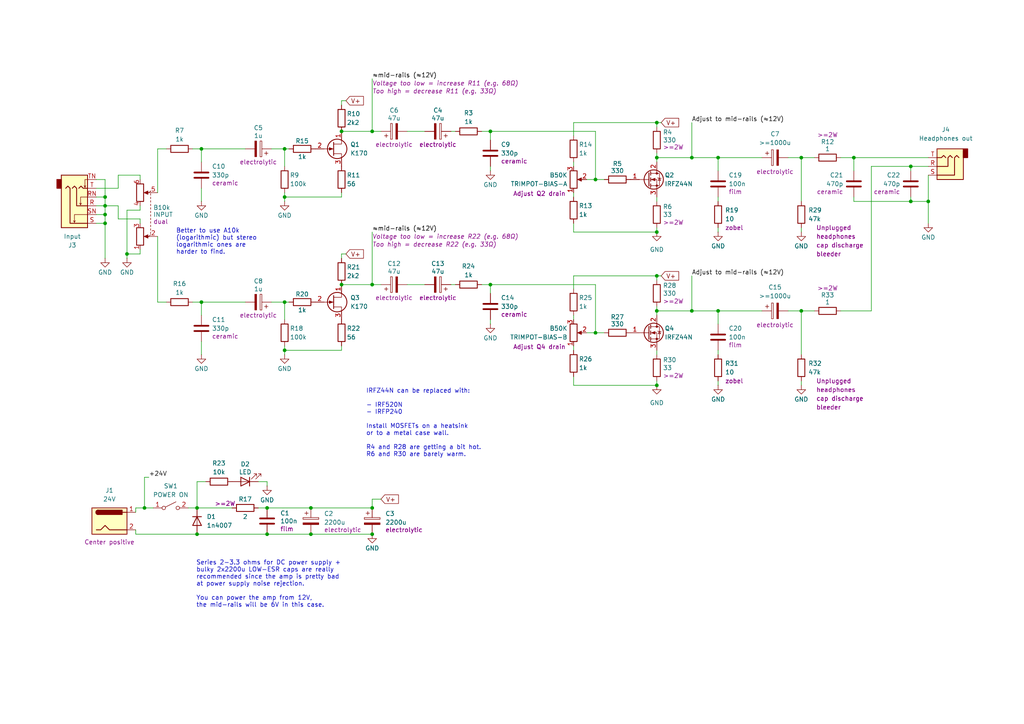
<source format=kicad_sch>
(kicad_sch (version 20250114) (generator "eeschema") (generator_version "9.0")
  (paper "A4")
  (title_block (title "Wenzel’s MOSFET Class-A Headphones Stereo Amp") (date "November 2025") (rev "r1") (comment 1 "The amp has lots of gain and output power (good for high-impedance cans).") (comment 2 "But you might like how it sounds, it’s sounds powerful and “open”, sweet, with big bass.") (comment 3 "Intended for studio play/recording monitoring.") (comment 4 "Relatively simple build, not intended to have HiFi characteristics (damping factor is low)."))
  (lib_symbols
    (symbol "Connector:Jack-DC" (pin_names (offset 1.016))
      (property "Reference" "J" (at 0 5.334 0))
      (property "Value" "Jack-DC" (at 0 -5.08 0))
      (symbol "Jack-DC_0_1"
        (rectangle (start -5.08 3.81) (end 5.08 -3.81) (stroke (width 0.254)) (fill (type background)))
        (polyline (pts (xy -3.81 -2.54) (xy -2.54 -2.54) (xy -1.27 -1.27) (xy 0 -2.54) (xy 2.54 -2.54) (xy 5.08 -2.54)) (stroke (width 0.254)))
        (arc (start -3.302 1.905) (mid -3.9343 2.54) (end -3.302 3.175) (stroke (width 0.254)))
        (arc (start -3.302 1.905) (mid -3.9343 2.54) (end -3.302 3.175) (stroke (width 0.254)) (fill (type outline)))
        (rectangle (start 3.683 3.175) (end -3.302 1.905) (stroke (width 0.254)) (fill (type outline)))
        (polyline (pts (xy 5.08 2.54) (xy 3.81 2.54)) (stroke (width 0.254)))
      )
      (symbol "Jack-DC_1_1"
        (pin passive line (at 7.62 2.54 180) (length 2.54) (name "~") (number "1"))
        (pin passive line (at 7.62 -2.54 180) (length 2.54) (name "~") (number "2"))
      )
    )
    (symbol "Connector_Audio:AudioJack3"
      (property "Reference" "J" (at 0 8.89 0))
      (property "Value" "AudioJack3" (at 0 6.35 0))
      (symbol "AudioJack3_0_1"
        (rectangle (start -5.08 -5.08) (end -6.35 -2.54) (stroke (width 0.254)) (fill (type outline)))
        (polyline (pts (xy -1.905 -2.54) (xy -1.27 -3.175) (xy -0.635 -2.54) (xy -0.635 0) (xy 2.54 0)) (stroke (width 0.254)))
        (polyline (pts (xy 0 -2.54) (xy 0.635 -3.175) (xy 1.27 -2.54) (xy 2.54 -2.54)) (stroke (width 0.254)))
        (rectangle (start 2.54 3.81) (end -5.08 -5.08) (stroke (width 0.254)) (fill (type background)))
        (polyline (pts (xy 2.54 2.54) (xy -2.54 2.54) (xy -2.54 -2.54) (xy -3.175 -3.175) (xy -3.81 -2.54)) (stroke (width 0.254)))
      )
      (symbol "AudioJack3_1_1"
        (pin passive line (at 5.08 2.54 180) (length 2.54) (name "~") (number "S"))
        (pin passive line (at 5.08 0 180) (length 2.54) (name "~") (number "R"))
        (pin passive line (at 5.08 -2.54 180) (length 2.54) (name "~") (number "T"))
      )
    )
    (symbol "Connector_Audio:AudioJack3_Switch"
      (property "Reference" "J" (at 0 11.43 0))
      (property "Value" "AudioJack3_Switch" (at 0 8.89 0))
      (symbol "AudioJack3_Switch_0_1"
        (rectangle (start -5.08 -5.08) (end -6.35 -7.62) (stroke (width 0.254)) (fill (type outline)))
        (polyline (pts (xy -1.905 -5.08) (xy -1.27 -5.715) (xy -0.635 -5.08) (xy -0.635 0) (xy 2.54 0)) (stroke (width 0.254)))
        (polyline (pts (xy -1.27 4.826) (xy -1.016 4.318)))
        (polyline (pts (xy 0 -5.08) (xy 0.635 -5.715) (xy 1.27 -5.08) (xy 2.54 -5.08)) (stroke (width 0.254)))
        (polyline (pts (xy 0.508 -0.254) (xy 0.762 -0.762)))
        (polyline (pts (xy 1.778 -5.334) (xy 2.032 -5.842)))
        (rectangle (start 2.54 6.35) (end -5.08 -8.89) (stroke (width 0.254)) (fill (type background)))
        (polyline (pts (xy 2.54 5.08) (xy -2.54 5.08) (xy -2.54 -5.08) (xy -3.175 -5.715) (xy -3.81 -5.08)) (stroke (width 0.254)))
        (polyline (pts (xy 2.54 2.54) (xy -1.27 2.54) (xy -1.27 4.826) (xy -1.524 4.318)))
        (polyline (pts (xy 2.54 -2.54) (xy 0.508 -2.54) (xy 0.508 -0.254) (xy 0.254 -0.762)))
        (polyline (pts (xy 2.54 -7.62) (xy 1.778 -7.62) (xy 1.778 -5.334) (xy 1.524 -5.842)))
      )
      (symbol "AudioJack3_Switch_1_1"
        (pin passive line (at 5.08 5.08 180) (length 2.54) (name "~") (number "S"))
        (pin passive line (at 5.08 2.54 180) (length 2.54) (name "~") (number "SN"))
        (pin passive line (at 5.08 0 180) (length 2.54) (name "~") (number "R"))
        (pin passive line (at 5.08 -2.54 180) (length 2.54) (name "~") (number "RN"))
        (pin passive line (at 5.08 -5.08 180) (length 2.54) (name "~") (number "T"))
        (pin passive line (at 5.08 -7.62 180) (length 2.54) (name "~") (number "TN"))
      )
    )
    (symbol "Device:C" (pin_numbers (hide yes)) (pin_names (offset 0.254))
      (property "Reference" "C" (at 0.635 2.54 0))
      (property "Value" "C" (at 0.635 -2.54 0))
      (symbol "C_0_1"
        (polyline (pts (xy -2.032 0.762) (xy 2.032 0.762)) (stroke (width 0.508)))
        (polyline (pts (xy -2.032 -0.762) (xy 2.032 -0.762)) (stroke (width 0.508)))
      )
      (symbol "C_1_1"
        (pin passive line (at 0 3.81 270) (length 2.794) (name "~") (number "1"))
        (pin passive line (at 0 -3.81 90) (length 2.794) (name "~") (number "2"))
      )
    )
    (symbol "Device:C_Polarized" (pin_numbers (hide yes)) (pin_names (offset 0.254))
      (property "Reference" "C" (at 0.635 2.54 0))
      (property "Value" "C_Polarized" (at 0.635 -2.54 0))
      (symbol "C_Polarized_0_1"
        (rectangle (start -2.286 0.508) (end 2.286 1.016))
        (polyline (pts (xy -1.778 2.286) (xy -0.762 2.286)))
        (polyline (pts (xy -1.27 2.794) (xy -1.27 1.778)))
        (rectangle (start 2.286 -0.508) (end -2.286 -1.016) (fill (type outline)))
      )
      (symbol "C_Polarized_1_1"
        (pin passive line (at 0 3.81 270) (length 2.794) (name "~") (number "1"))
        (pin passive line (at 0 -3.81 90) (length 2.794) (name "~") (number "2"))
      )
    )
    (symbol "Device:D" (pin_numbers (hide yes)) (pin_names (offset 1.016) (hide yes))
      (property "Reference" "D" (at 0 2.54 0))
      (property "Value" "D" (at 0 -2.54 0))
      (symbol "D_0_1"
        (polyline (pts (xy -1.27 1.27) (xy -1.27 -1.27)) (stroke (width 0.254)))
        (polyline (pts (xy 1.27 1.27) (xy 1.27 -1.27) (xy -1.27 0) (xy 1.27 1.27)) (stroke (width 0.254)))
        (polyline (pts (xy 1.27 0) (xy -1.27 0)))
      )
      (symbol "D_1_1"
        (pin passive line (at -3.81 0 0) (length 2.54) (name "K") (number "1"))
        (pin passive line (at 3.81 0 180) (length 2.54) (name "A") (number "2"))
      )
    )
    (symbol "Device:LED" (pin_numbers (hide yes)) (pin_names (offset 1.016) (hide yes))
      (property "Reference" "D" (at 0 2.54 0))
      (property "Value" "LED" (at 0 -2.54 0))
      (symbol "LED_0_1"
        (polyline (pts (xy -3.048 -0.762) (xy -4.572 -2.286) (xy -3.81 -2.286) (xy -4.572 -2.286) (xy -4.572 -1.524)))
        (polyline (pts (xy -1.778 -0.762) (xy -3.302 -2.286) (xy -2.54 -2.286) (xy -3.302 -2.286) (xy -3.302 -1.524)))
        (polyline (pts (xy -1.27 0) (xy 1.27 0)))
        (polyline (pts (xy -1.27 -1.27) (xy -1.27 1.27)) (stroke (width 0.254)))
        (polyline (pts (xy 1.27 -1.27) (xy 1.27 1.27) (xy -1.27 0) (xy 1.27 -1.27)) (stroke (width 0.254)))
      )
      (symbol "LED_1_1"
        (pin passive line (at -3.81 0 0) (length 2.54) (name "K") (number "1"))
        (pin passive line (at 3.81 0 180) (length 2.54) (name "A") (number "2"))
      )
    )
    (symbol "Device:R" (pin_numbers (hide yes)) (pin_names (offset 0))
      (property "Reference" "R" (at 2.032 0 90))
      (property "Value" "R" (at 0 0 90))
      (symbol "R_0_1"
        (rectangle (start -1.016 -2.54) (end 1.016 2.54) (stroke (width 0.254)))
      )
      (symbol "R_1_1"
        (pin passive line (at 0 3.81 270) (length 1.27) (name "~") (number "1"))
        (pin passive line (at 0 -3.81 90) (length 1.27) (name "~") (number "2"))
      )
    )
    (symbol "Device:R_Potentiometer" (pin_names (offset 1.016) (hide yes))
      (property "Reference" "RV" (at -4.445 0 90))
      (property "Value" "R_Potentiometer" (at -2.54 0 90))
      (symbol "R_Potentiometer_0_1"
        (rectangle (start 1.016 2.54) (end -1.016 -2.54) (stroke (width 0.254)))
        (polyline (pts (xy 1.143 0) (xy 2.286 0.508) (xy 2.286 -0.508) (xy 1.143 0)) (fill (type outline)))
        (polyline (pts (xy 2.54 0) (xy 1.524 0)))
      )
      (symbol "R_Potentiometer_1_1"
        (pin passive line (at 0 3.81 270) (length 1.27) (name "1") (number "1"))
        (pin passive line (at 0 -3.81 90) (length 1.27) (name "3") (number "3"))
        (pin passive line (at 3.81 0 180) (length 1.27) (name "2") (number "2"))
      )
    )
    (symbol "Device:R_Potentiometer_Dual" (pin_names (offset 1.016) (hide yes))
      (property "Reference" "RV" (at 0 3.81 0))
      (property "Value" "R_Potentiometer_Dual" (at 0 1.905 0))
      (symbol "R_Potentiometer_Dual_0_1"
        (rectangle (start -8.89 -1.524) (end -3.81 -3.556) (stroke (width 0.254)))
        (polyline (pts (xy -6.35 0) (xy -6.35 -1.016)))
        (polyline (pts (xy -6.35 0) (xy -6.35 -1.016)))
        (polyline (pts (xy -6.35 0) (xy -5.842 0.508)))
        (polyline (pts (xy -6.35 -1.397) (xy -6.858 -0.254) (xy -5.842 -0.254) (xy -6.35 -1.397)) (fill (type outline)))
        (polyline (pts (xy -5.588 0.508) (xy -5.08 0.508)))
        (polyline (pts (xy -4.572 0.508) (xy -4.064 0.508)))
        (polyline (pts (xy -3.556 0.508) (xy -3.048 0.508)))
        (polyline (pts (xy -2.54 0.508) (xy -2.032 0.508)))
        (polyline (pts (xy -1.524 0.508) (xy -1.016 0.508)))
        (polyline (pts (xy -0.508 0.508) (xy 0 0.508)))
        (polyline (pts (xy 0.508 0.508) (xy 1.016 0.508)))
        (polyline (pts (xy 1.524 0.508) (xy 2.032 0.508)))
        (polyline (pts (xy 2.54 0.508) (xy 3.048 0.508)))
        (polyline (pts (xy 3.556 0.508) (xy 4.064 0.508)))
        (rectangle (start 3.81 -1.524) (end 8.89 -3.556) (stroke (width 0.254)))
        (polyline (pts (xy 4.572 0.508) (xy 5.08 0.508)))
        (polyline (pts (xy 5.588 0.508) (xy 6.096 0.508)))
        (polyline (pts (xy 6.35 0) (xy 6.35 -1.016)))
        (polyline (pts (xy 6.35 0) (xy 6.35 -1.016)))
        (polyline (pts (xy 6.35 -1.397) (xy 5.842 -0.254) (xy 6.858 -0.254) (xy 6.35 -1.397)) (fill (type outline)))
        (polyline (pts (xy 6.604 0.508) (xy 6.858 0.508) (xy 6.35 0)))
      )
      (symbol "R_Potentiometer_Dual_1_1"
        (pin passive line (at -10.16 -2.54 0) (length 1.27) (name "1") (number "1"))
        (pin passive line (at -6.35 2.54 270) (length 2.54) (name "2") (number "2"))
        (pin passive line (at -2.54 -2.54 180) (length 1.27) (name "3") (number "3"))
        (pin passive line (at 2.54 -2.54 0) (length 1.27) (name "4") (number "4"))
        (pin passive line (at 6.35 2.54 270) (length 2.54) (name "5") (number "5"))
        (pin passive line (at 10.16 -2.54 180) (length 1.27) (name "6") (number "6"))
      )
    )
    (symbol "Switch:SW_SPST" (pin_names (offset 0) (hide yes))
      (property "Reference" "SW" (at 0 3.175 0))
      (property "Value" "SW_SPST" (at 0 -2.54 0))
      (symbol "SW_SPST_0_0"
        (circle (center -2.032 0) (radius 0.508))
        (polyline (pts (xy -1.524 0.254) (xy 1.524 1.778)))
        (circle (center 2.032 0) (radius 0.508))
      )
      (symbol "SW_SPST_1_1"
        (pin passive line (at -5.08 0 0) (length 2.54) (name "A") (number "1"))
        (pin passive line (at 5.08 0 180) (length 2.54) (name "B") (number "2"))
      )
    )
    (symbol "Transistor_FET:2N3819" (pin_names (hide yes))
      (property "Reference" "Q" (at 5.08 1.905 0))
      (property "Value" "2N3819" (at 5.08 0 0))
      (symbol "2N3819_0_1"
        (polyline (pts (xy 0 0) (xy -1.016 0.381) (xy -1.016 -0.381) (xy 0 0)) (fill (type outline)))
        (polyline (pts (xy 0.254 1.905) (xy 0.254 -1.905)) (stroke (width 0.254)))
        (polyline (pts (xy 0.254 0) (xy -2.54 0)))
        (circle (center 1.27 0) (radius 2.8194) (stroke (width 0.254)))
        (polyline (pts (xy 2.54 2.54) (xy 2.54 1.397) (xy 0.254 1.397)))
        (polyline (pts (xy 2.54 -2.54) (xy 2.54 -1.397) (xy 0.254 -1.397)))
      )
      (symbol "2N3819_1_1"
        (pin input line (at -5.08 0 0) (length 2.54) (name "G") (number "2"))
        (pin passive line (at 2.54 5.08 270) (length 2.54) (name "D") (number "1"))
        (pin passive line (at 2.54 -5.08 90) (length 2.54) (name "S") (number "3"))
      )
    )
    (symbol "Transistor_FET:IRLZ44N" (pin_names (hide yes))
      (property "Reference" "Q" (at 5.08 1.905 0))
      (property "Value" "IRLZ44N" (at 5.08 0 0))
      (symbol "IRLZ44N_0_1"
        (polyline (pts (xy 0.254 1.905) (xy 0.254 -1.905)) (stroke (width 0.254)))
        (polyline (pts (xy 0.254 0) (xy -2.54 0)))
        (polyline (pts (xy 0.762 2.286) (xy 0.762 1.27)) (stroke (width 0.254)))
        (polyline (pts (xy 0.762 0.508) (xy 0.762 -0.508)) (stroke (width 0.254)))
        (polyline (pts (xy 0.762 -1.27) (xy 0.762 -2.286)) (stroke (width 0.254)))
        (polyline (pts (xy 0.762 -1.778) (xy 3.302 -1.778) (xy 3.302 1.778) (xy 0.762 1.778)))
        (polyline (pts (xy 1.016 0) (xy 2.032 0.381) (xy 2.032 -0.381) (xy 1.016 0)) (fill (type outline)))
        (circle (center 1.651 0) (radius 2.794) (stroke (width 0.254)))
        (polyline (pts (xy 2.54 2.54) (xy 2.54 1.778)))
        (circle (center 2.54 1.778) (radius 0.254) (fill (type outline)))
        (circle (center 2.54 -1.778) (radius 0.254) (fill (type outline)))
        (polyline (pts (xy 2.54 -2.54) (xy 2.54 0) (xy 0.762 0)))
        (polyline (pts (xy 2.794 0.508) (xy 2.921 0.381) (xy 3.683 0.381) (xy 3.81 0.254)))
        (polyline (pts (xy 3.302 0.381) (xy 2.921 -0.254) (xy 3.683 -0.254) (xy 3.302 0.381)))
      )
      (symbol "IRLZ44N_1_1"
        (pin input line (at -5.08 0 0) (length 2.54) (name "G") (number "1"))
        (pin passive line (at 2.54 5.08 270) (length 2.54) (name "D") (number "2"))
        (pin passive line (at 2.54 -5.08 90) (length 2.54) (name "S") (number "3"))
      )
    )
    (symbol "power:GND" (power) (pin_numbers (hide yes)) (pin_names (offset 0) (hide yes))
      (property "Value" "GND" (at 0 -3.81 0))
      (symbol "GND_0_1"
        (polyline (pts (xy 0 0) (xy 0 -1.27) (xy 1.27 -1.27) (xy 0 -2.54) (xy -1.27 -1.27) (xy 0 -1.27)))
      )
      (symbol "GND_1_1"
        (pin power_in line (at 0 0 270) (length 0) (name "~") (number "1"))
      )
    )
  )
  (text "Better to use A10k\n(logarithmic) but stereo\nlogarithmic ones are\nharder to find." (at 51.054 70.104 0) (effects (font (size 1.27 1.27)) (justify left)))
  (text "IRFZ44N can be replaced with:\n\n- IRF520N\n- IRFP240\n\nInstall MOSFETs on a heatsink\nor to a metal case wall.\n\nR4 and R28 are getting a bit hot.\nR6 and R30 are barely warm." (at 106.172 122.682 0) (effects (font (size 1.27 1.27)) (justify left)))
  (text "Series 2-3.3 ohms for DC power supply +\nbulky 2x2200u LOW-ESR caps are really\nrecommended since the amp is pretty bad\nat power supply noise rejection.\n\nYou can power the amp from 12V,\nthe mid-rails will be 6V in this case." (at 56.896 162.56 0) (effects (font (size 1.27 1.27)) (justify left top)))
  (junction (at 30.48 62.23))
  (junction (at 190.5 80.01))
  (junction (at 232.41 45.72))
  (junction (at 232.41 90.17))
  (junction (at 200.66 45.72))
  (junction (at 190.5 111.76))
  (junction (at 247.65 45.72))
  (junction (at 107.95 147.32))
  (junction (at 107.95 38.1))
  (junction (at 200.66 90.17))
  (junction (at 77.47 147.32))
  (junction (at 30.48 59.69))
  (junction (at 208.28 90.17))
  (junction (at 99.06 82.55))
  (junction (at 190.5 45.72))
  (junction (at 190.5 67.31))
  (junction (at 57.15 154.94))
  (junction (at 90.17 147.32))
  (junction (at 58.42 87.63))
  (junction (at 99.06 38.1))
  (junction (at 30.48 57.15))
  (junction (at 57.15 147.32))
  (junction (at 30.48 64.77))
  (junction (at 82.55 101.6))
  (junction (at 142.24 82.55))
  (junction (at 107.95 154.94))
  (junction (at 41.91 147.32))
  (junction (at 190.5 35.56))
  (junction (at 142.24 38.1))
  (junction (at 90.17 154.94))
  (junction (at 264.16 48.26))
  (junction (at 77.47 154.94))
  (junction (at 107.95 82.55))
  (junction (at 82.55 43.18))
  (junction (at 58.42 43.18))
  (junction (at 190.5 90.17))
  (junction (at 36.83 73.66))
  (junction (at 82.55 57.15))
  (junction (at 269.24 58.42))
  (junction (at 264.16 58.42))
  (junction (at 172.72 96.52))
  (junction (at 172.72 52.07))
  (junction (at 82.55 87.63))
  (junction (at 208.28 45.72))
  (wire (pts (xy 166.37 35.56) (xy 166.37 39.37)))
  (wire (pts (xy 27.94 64.77) (xy 30.48 64.77)))
  (wire (pts (xy 77.47 147.32) (xy 90.17 147.32)))
  (wire (pts (xy 57.15 147.32) (xy 67.31 147.32)))
  (wire (pts (xy 58.42 99.06) (xy 58.42 102.87)))
  (wire (pts (xy 39.37 147.32) (xy 41.91 147.32)))
  (wire (pts (xy 30.48 52.07) (xy 30.48 57.15)))
  (wire (pts (xy 243.84 45.72) (xy 247.65 45.72)))
  (wire (pts (xy 166.37 100.33) (xy 166.37 101.6)))
  (wire (pts (xy 82.55 43.18) (xy 83.82 43.18)))
  (wire (pts (xy 82.55 102.87) (xy 82.55 101.6)))
  (wire (pts (xy 45.72 87.63) (xy 48.26 87.63)))
  (wire (pts (xy 57.15 139.7) (xy 57.15 147.32)))
  (wire (pts (xy 58.42 43.18) (xy 58.42 46.99)))
  (wire (pts (xy 30.48 62.23) (xy 30.48 64.77)))
  (wire (pts (xy 190.5 35.56) (xy 190.5 36.83)))
  (wire (pts (xy 30.48 57.15) (xy 30.48 59.69)))
  (wire (pts (xy 36.83 73.66) (xy 36.83 74.93)))
  (wire (pts (xy 190.5 57.15) (xy 190.5 58.42)))
  (wire (pts (xy 190.5 44.45) (xy 190.5 45.72)))
  (wire (pts (xy 78.74 43.18) (xy 82.55 43.18)))
  (wire (pts (xy 190.5 45.72) (xy 190.5 46.99)))
  (wire (pts (xy 166.37 64.77) (xy 166.37 67.31)))
  (wire (pts (xy 190.5 35.56) (xy 191.77 35.56)))
  (wire (pts (xy 34.29 54.61) (xy 27.94 54.61)))
  (wire (pts (xy 190.5 80.01) (xy 190.5 81.28)))
  (wire (pts (xy 142.24 82.55) (xy 142.24 85.09)))
  (wire (pts (xy 99.06 101.6) (xy 82.55 101.6)))
  (wire (pts (xy 36.83 60.96) (xy 36.83 73.66)))
  (wire (pts (xy 200.66 45.72) (xy 208.28 45.72)))
  (wire (pts (xy 200.66 80.01) (xy 200.66 90.17)))
  (wire (pts (xy 190.5 90.17) (xy 190.5 91.44)))
  (wire (pts (xy 190.5 110.49) (xy 190.5 111.76)))
  (wire (pts (xy 82.55 57.15) (xy 82.55 55.88)))
  (wire (pts (xy 30.48 59.69) (xy 34.29 59.69)))
  (wire (pts (xy 43.18 138.43) (xy 41.91 138.43)))
  (wire (pts (xy 139.7 38.1) (xy 142.24 38.1)))
  (wire (pts (xy 247.65 49.53) (xy 247.65 45.72)))
  (wire (pts (xy 190.5 88.9) (xy 190.5 90.17)))
  (wire (pts (xy 99.06 82.55) (xy 107.95 82.55)))
  (wire (pts (xy 252.73 90.17) (xy 252.73 48.26)))
  (wire (pts (xy 77.47 154.94) (xy 90.17 154.94)))
  (wire (pts (xy 27.94 62.23) (xy 30.48 62.23)))
  (wire (pts (xy 166.37 67.31) (xy 190.5 67.31)))
  (wire (pts (xy 99.06 73.66) (xy 100.33 73.66)))
  (wire (pts (xy 142.24 48.26) (xy 142.24 49.53)))
  (wire (pts (xy 45.72 43.18) (xy 45.72 55.88)))
  (wire (pts (xy 30.48 64.77) (xy 30.48 74.93)))
  (wire (pts (xy 166.37 35.56) (xy 190.5 35.56)))
  (wire (pts (xy 200.66 90.17) (xy 208.28 90.17)))
  (wire (pts (xy 166.37 111.76) (xy 190.5 111.76)))
  (wire (pts (xy 208.28 67.31) (xy 208.28 66.04)))
  (wire (pts (xy 77.47 139.7) (xy 77.47 140.97)))
  (wire (pts (xy 34.29 63.5) (xy 40.64 63.5)))
  (wire (pts (xy 166.37 46.99) (xy 166.37 48.26)))
  (wire (pts (xy 247.65 45.72) (xy 269.24 45.72)))
  (wire (pts (xy 172.72 82.55) (xy 172.72 96.52)))
  (wire (pts (xy 118.11 82.55) (xy 123.19 82.55)))
  (wire (pts (xy 166.37 109.22) (xy 166.37 111.76)))
  (wire (pts (xy 40.64 64.77) (xy 40.64 63.5)))
  (wire (pts (xy 247.65 58.42) (xy 264.16 58.42)))
  (wire (pts (xy 208.28 101.6) (xy 208.28 102.87)))
  (wire (pts (xy 107.95 67.31) (xy 107.95 82.55)))
  (wire (pts (xy 118.11 38.1) (xy 123.19 38.1)))
  (wire (pts (xy 34.29 59.69) (xy 34.29 63.5)))
  (wire (pts (xy 27.94 59.69) (xy 30.48 59.69)))
  (wire (pts (xy 90.17 154.94) (xy 107.95 154.94)))
  (wire (pts (xy 264.16 49.53) (xy 264.16 48.26)))
  (wire (pts (xy 40.64 60.96) (xy 36.83 60.96)))
  (wire (pts (xy 82.55 58.42) (xy 82.55 57.15)))
  (wire (pts (xy 172.72 82.55) (xy 142.24 82.55)))
  (wire (pts (xy 264.16 48.26) (xy 269.24 48.26)))
  (wire (pts (xy 40.64 50.8) (xy 40.64 52.07)))
  (wire (pts (xy 107.95 144.78) (xy 107.95 147.32)))
  (wire (pts (xy 139.7 82.55) (xy 142.24 82.55)))
  (wire (pts (xy 264.16 58.42) (xy 269.24 58.42)))
  (wire (pts (xy 99.06 29.21) (xy 100.33 29.21)))
  (wire (pts (xy 59.69 139.7) (xy 57.15 139.7)))
  (wire (pts (xy 82.55 87.63) (xy 83.82 87.63)))
  (wire (pts (xy 208.28 93.98) (xy 208.28 90.17)))
  (wire (pts (xy 190.5 101.6) (xy 190.5 102.87)))
  (wire (pts (xy 232.41 58.42) (xy 232.41 45.72)))
  (wire (pts (xy 99.06 55.88) (xy 99.06 57.15)))
  (wire (pts (xy 269.24 58.42) (xy 269.24 64.77)))
  (wire (pts (xy 45.72 43.18) (xy 48.26 43.18)))
  (wire (pts (xy 45.72 68.58) (xy 45.72 87.63)))
  (wire (pts (xy 166.37 80.01) (xy 190.5 80.01)))
  (wire (pts (xy 99.06 57.15) (xy 82.55 57.15)))
  (wire (pts (xy 57.15 154.94) (xy 77.47 154.94)))
  (wire (pts (xy 170.18 52.07) (xy 172.72 52.07)))
  (wire (pts (xy 34.29 54.61) (xy 34.29 50.8)))
  (wire (pts (xy 190.5 45.72) (xy 200.66 45.72)))
  (wire (pts (xy 99.06 100.33) (xy 99.06 101.6)))
  (wire (pts (xy 39.37 147.32) (xy 39.37 148.59)))
  (wire (pts (xy 58.42 54.61) (xy 58.42 58.42)))
  (wire (pts (xy 41.91 147.32) (xy 44.45 147.32)))
  (wire (pts (xy 54.61 147.32) (xy 57.15 147.32)))
  (wire (pts (xy 208.28 111.76) (xy 208.28 110.49)))
  (wire (pts (xy 166.37 91.44) (xy 166.37 92.71)))
  (wire (pts (xy 228.6 90.17) (xy 232.41 90.17)))
  (wire (pts (xy 58.42 43.18) (xy 71.12 43.18)))
  (wire (pts (xy 252.73 48.26) (xy 264.16 48.26)))
  (wire (pts (xy 39.37 154.94) (xy 57.15 154.94)))
  (wire (pts (xy 30.48 59.69) (xy 30.48 62.23)))
  (wire (pts (xy 99.06 29.21) (xy 99.06 30.48)))
  (wire (pts (xy 166.37 80.01) (xy 166.37 83.82)))
  (wire (pts (xy 58.42 87.63) (xy 71.12 87.63)))
  (wire (pts (xy 90.17 147.32) (xy 107.95 147.32)))
  (wire (pts (xy 107.95 38.1) (xy 110.49 38.1)))
  (wire (pts (xy 99.06 38.1) (xy 107.95 38.1)))
  (wire (pts (xy 40.64 73.66) (xy 40.64 72.39)))
  (wire (pts (xy 190.5 90.17) (xy 200.66 90.17)))
  (wire (pts (xy 228.6 45.72) (xy 232.41 45.72)))
  (wire (pts (xy 130.81 82.55) (xy 132.08 82.55)))
  (wire (pts (xy 27.94 52.07) (xy 30.48 52.07)))
  (wire (pts (xy 82.55 43.18) (xy 82.55 48.26)))
  (wire (pts (xy 243.84 90.17) (xy 252.73 90.17)))
  (wire (pts (xy 27.94 57.15) (xy 30.48 57.15)))
  (wire (pts (xy 247.65 58.42) (xy 247.65 57.15)))
  (wire (pts (xy 232.41 90.17) (xy 236.22 90.17)))
  (wire (pts (xy 172.72 38.1) (xy 142.24 38.1)))
  (wire (pts (xy 208.28 57.15) (xy 208.28 58.42)))
  (wire (pts (xy 82.55 101.6) (xy 82.55 100.33)))
  (wire (pts (xy 107.95 82.55) (xy 110.49 82.55)))
  (wire (pts (xy 208.28 49.53) (xy 208.28 45.72)))
  (wire (pts (xy 74.93 139.7) (xy 77.47 139.7)))
  (wire (pts (xy 172.72 52.07) (xy 175.26 52.07)))
  (wire (pts (xy 41.91 138.43) (xy 41.91 147.32)))
  (wire (pts (xy 172.72 38.1) (xy 172.72 52.07)))
  (wire (pts (xy 232.41 110.49) (xy 232.41 111.76)))
  (wire (pts (xy 107.95 22.86) (xy 107.95 38.1)))
  (wire (pts (xy 232.41 45.72) (xy 236.22 45.72)))
  (wire (pts (xy 208.28 90.17) (xy 220.98 90.17)))
  (wire (pts (xy 142.24 38.1) (xy 142.24 40.64)))
  (wire (pts (xy 200.66 35.56) (xy 200.66 45.72)))
  (wire (pts (xy 190.5 80.01) (xy 191.77 80.01)))
  (wire (pts (xy 172.72 96.52) (xy 175.26 96.52)))
  (wire (pts (xy 55.88 87.63) (xy 58.42 87.63)))
  (wire (pts (xy 208.28 45.72) (xy 220.98 45.72)))
  (wire (pts (xy 58.42 87.63) (xy 58.42 91.44)))
  (wire (pts (xy 34.29 50.8) (xy 40.64 50.8)))
  (wire (pts (xy 264.16 58.42) (xy 264.16 57.15)))
  (wire (pts (xy 82.55 87.63) (xy 82.55 92.71)))
  (wire (pts (xy 166.37 55.88) (xy 166.37 57.15)))
  (wire (pts (xy 142.24 92.71) (xy 142.24 93.98)))
  (wire (pts (xy 40.64 60.96) (xy 40.64 59.69)))
  (wire (pts (xy 55.88 43.18) (xy 58.42 43.18)))
  (wire (pts (xy 269.24 50.8) (xy 269.24 58.42)))
  (wire (pts (xy 110.49 144.78) (xy 107.95 144.78)))
  (wire (pts (xy 74.93 147.32) (xy 77.47 147.32)))
  (wire (pts (xy 190.5 66.04) (xy 190.5 67.31)))
  (wire (pts (xy 232.41 66.04) (xy 232.41 67.31)))
  (wire (pts (xy 232.41 102.87) (xy 232.41 90.17)))
  (wire (pts (xy 99.06 73.66) (xy 99.06 74.93)))
  (wire (pts (xy 36.83 73.66) (xy 40.64 73.66)))
  (wire (pts (xy 39.37 153.67) (xy 39.37 154.94)))
  (wire (pts (xy 78.74 87.63) (xy 82.55 87.63)))
  (wire (pts (xy 130.81 38.1) (xy 132.08 38.1)))
  (wire (pts (xy 170.18 96.52) (xy 172.72 96.52)))
  (label "+24V" (at 43.18 138.43 0))
  (label "Adjust to mid-rails (≈12V)" (at 200.66 80.01 0))
  (label "≈mid-rails (≈12V)" (at 107.95 22.86 0) (property "Netclass" "Voltage too low = increase R11 (e.g. 68Ω)" (at 107.95 24.13 0) (effects (font (italic yes)) (justify left))) (property "Netclass" "Too high = decrease R11 (e.g. 33Ω)" (at 107.95 26.416 0) (effects (font (italic yes)) (justify left))))
  (label "≈mid-rails (≈12V)" (at 107.95 67.31 0) (property "Netclass" "Voltage too low = increase R22 (e.g. 68Ω)" (at 107.95 68.58 0) (effects (font (italic yes)) (justify left))) (property "Netclass" "Too high = decrease R22 (e.g. 33Ω)" (at 107.95 70.866 0) (effects (font (italic yes)) (justify left))))
  (label "Adjust to mid-rails (≈12V)" (at 200.66 35.56 0))
  (global_label "V+" (shape input) (at 110.49 144.78 0) (property "Intersheetrefs" "${INTERSHEET_REFS}" (effects (hide yes))))
  (global_label "V+" (shape input) (at 100.33 29.21 0) (property "Intersheetrefs" "${INTERSHEET_REFS}" (effects (hide yes))))
  (global_label "V+" (shape input) (at 100.33 73.66 0) (property "Intersheetrefs" "${INTERSHEET_REFS}" (effects (hide yes))))
  (global_label "V+" (shape input) (at 191.77 80.01 0) (property "Intersheetrefs" "${INTERSHEET_REFS}" (effects (hide yes))))
  (global_label "V+" (shape input) (at 191.77 35.56 0) (property "Intersheetrefs" "${INTERSHEET_REFS}" (effects (hide yes))))
  (symbol (lib_id "Device:C") (at 142.24 44.45 0) (unit 1)
    (property "Reference" "C9" (at 145.288 41.91 0) (effects (justify left)))
    (property "Value" "330p" (at 145.288 44.45 0) (effects (justify left)))
    (property "Description" "Unpolarized capacitor" (effects (hide yes)))
    (property "Field5" "ceramic" (at 145.288 46.736 0) (effects (justify left)))
  )
  (symbol (lib_id "Device:R") (at 179.07 96.52 90) (unit 1)
    (property "Reference" "R27" (at 179.07 91.948 90))
    (property "Value" "330" (at 179.07 93.98 90))
    (property "Description" "Resistor" (effects (hide yes)))
  )
  (symbol (lib_id "Device:R") (at 52.07 43.18 90) (unit 1)
    (property "Reference" "R7" (at 52.07 37.846 90))
    (property "Value" "1k" (at 52.07 40.386 90))
    (property "Description" "Resistor" (effects (hide yes)))
  )
  (symbol (lib_id "Device:R_Potentiometer") (at 166.37 96.52 0) (mirror x) (unit 1)
    (property "Reference" "TRIMPOT-BIAS-B" (at 164.592 97.79 0) (effects (justify right)))
    (property "Value" "B50K" (at 164.592 95.25 0) (effects (justify right)))
    (property "Description" "Potentiometer" (effects (hide yes)))
    (property "Field5" "Adjust Q4 drain" (at 164.084 100.584 0) (effects (justify right)))
    (property "Field6" "mid-rails (V+ ÷ 2)" (effects (hide yes)))
  )
  (symbol (lib_id "Device:C_Polarized") (at 74.93 87.63 270) (mirror x) (unit 1)
    (property "Reference" "C8" (at 74.93 81.534 90))
    (property "Value" "1u" (at 74.93 83.82 90))
    (property "Description" "Polarized capacitor" (effects (hide yes)))
    (property "Field5" "electrolytic" (at 74.93 91.44 90))
  )
  (symbol (lib_id "power:GND") (at 77.47 140.97 0) (unit 1)
    (property "Reference" "#PWR022" (effects (hide yes)))
    (property "Value" "GND" (at 77.47 145.034 0))
    (property "Description" "Power symbol creates a global label with name \"GND\" , ground" (effects (hide yes)))
  )
  (symbol (lib_id "power:GND") (at 58.42 58.42 0) (unit 1)
    (property "Reference" "#PWR07" (effects (hide yes)))
    (property "Value" "GND" (at 58.42 62.484 0))
    (property "Description" "Power symbol creates a global label with name \"GND\" , ground" (effects (hide yes)))
  )
  (symbol (lib_id "Transistor_FET:IRLZ44N") (at 187.96 96.52 0) (unit 1)
    (property "Reference" "Q4" (at 192.786 95.25 0) (effects (justify left)))
    (property "Value" "IRFZ44N" (at 192.786 97.79 0) (effects (justify left)))
    (property "Footprint" "Package_TO_SOT_THT:TO-220-3_Vertical" (effects (hide yes)))
    (property "Datasheet" "http://www.irf.com/product-info/datasheets/data/irlz44n.pdf" (effects (hide yes)))
    (property "Description" "47A Id, 55V Vds, 22mOhm Rds Single N-Channel HEXFET Power MOSFET, TO-220AB" (effects (hide yes)))
  )
  (symbol (lib_id "Device:C") (at 208.28 97.79 0) (unit 1)
    (property "Reference" "C20" (at 211.328 95.25 0) (effects (justify left)))
    (property "Value" "100n" (at 211.328 97.79 0) (effects (justify left)))
    (property "Description" "Unpolarized capacitor" (effects (hide yes)))
    (property "Field5" "film" (at 211.328 100.076 0) (effects (justify left)))
  )
  (symbol (lib_id "power:GND") (at 58.42 102.87 0) (unit 1)
    (property "Reference" "#PWR09" (effects (hide yes)))
    (property "Value" "GND" (at 58.42 106.934 0))
    (property "Description" "Power symbol creates a global label with name \"GND\" , ground" (effects (hide yes)))
  )
  (symbol (lib_id "Device:R") (at 232.41 106.68 0) (unit 1)
    (property "Reference" "R32" (at 234.442 105.41 0) (effects (justify left)))
    (property "Value" "47k" (at 234.442 107.95 0) (effects (justify left)))
    (property "Description" "Resistor" (effects (hide yes)))
    (property "Field5" "Unplugged" (at 236.728 110.49 0) (effects (justify left)))
    (property "Field6" "headphones" (at 236.728 113.03 0) (effects (justify left)))
    (property "Field7" "cap discharge" (at 236.728 115.57 0) (effects (justify left)))
    (property "Field8" "bleeder" (at 236.728 118.11 0) (effects (justify left)))
  )
  (symbol (lib_id "Device:R") (at 99.06 78.74 0) (unit 1)
    (property "Reference" "R21" (at 100.584 77.47 0) (effects (justify left)))
    (property "Value" "2k2" (at 100.584 80.01 0) (effects (justify left)))
    (property "Description" "Resistor" (effects (hide yes)))
  )
  (symbol (lib_id "power:GND") (at 142.24 49.53 0) (unit 1)
    (property "Reference" "#PWR03" (effects (hide yes)))
    (property "Value" "GND" (at 142.24 53.594 0))
    (property "Description" "Power symbol creates a global label with name \"GND\" , ground" (effects (hide yes)))
  )
  (symbol (lib_id "power:GND") (at 232.41 67.31 0) (unit 1)
    (property "Reference" "#PWR017" (effects (hide yes)))
    (property "Value" "GND" (at 232.41 71.374 0))
    (property "Description" "Power symbol creates a global label with name \"GND\" , ground" (effects (hide yes)))
  )
  (symbol (lib_id "Device:R") (at 71.12 147.32 90) (unit 1)
    (property "Reference" "R17" (at 71.12 144.78 90))
    (property "Value" "2" (at 71.12 149.86 90))
    (property "Description" "Resistor" (effects (hide yes)))
    (property "Field5" ">=2W" (at 65.278 146.05 90))
  )
  (symbol (lib_id "Device:R") (at 208.28 106.68 0) (unit 1)
    (property "Reference" "R31" (at 210.312 105.41 0) (effects (justify left)))
    (property "Value" "10" (at 210.312 107.95 0) (effects (justify left)))
    (property "Description" "Resistor" (effects (hide yes)))
    (property "Field5" "zobel" (at 210.312 110.49 0) (effects (justify left)))
  )
  (symbol (lib_id "Device:R") (at 82.55 96.52 0) (unit 1)
    (property "Reference" "R18" (at 84.074 95.25 0) (effects (justify left)))
    (property "Value" "100k" (at 84.074 97.79 0) (effects (justify left)))
    (property "Description" "Resistor" (effects (hide yes)))
  )
  (symbol (lib_id "Device:C_Polarized") (at 127 82.55 270) (mirror x) (unit 1)
    (property "Reference" "C13" (at 127 76.454 90))
    (property "Value" "47u" (at 127 78.74 90))
    (property "Description" "Polarized capacitor" (effects (hide yes)))
    (property "Field5" "electrolytic" (at 127 86.36 90))
  )
  (symbol (lib_id "Device:R") (at 208.28 62.23 0) (unit 1)
    (property "Reference" "R19" (at 210.312 60.96 0) (effects (justify left)))
    (property "Value" "10" (at 210.312 63.5 0) (effects (justify left)))
    (property "Description" "Resistor" (effects (hide yes)))
    (property "Field5" "zobel" (at 210.312 66.04 0) (effects (justify left)))
  )
  (symbol (lib_id "Device:R") (at 166.37 43.18 0) (unit 1)
    (property "Reference" "R14" (at 167.894 41.91 0) (effects (justify left)))
    (property "Value" "1k" (at 167.894 44.45 0) (effects (justify left)))
    (property "Description" "Resistor" (effects (hide yes)))
  )
  (symbol (lib_id "Device:C") (at 58.42 95.25 0) (unit 1)
    (property "Reference" "C11" (at 61.468 92.71 0) (effects (justify left)))
    (property "Value" "330p" (at 61.468 95.25 0) (effects (justify left)))
    (property "Description" "Unpolarized capacitor" (effects (hide yes)))
    (property "Field5" "ceramic" (at 61.468 97.536 0) (effects (justify left)))
  )
  (symbol (lib_id "Device:R") (at 190.5 106.68 0) (unit 1)
    (property "Reference" "R30" (at 192.278 104.394 0) (effects (justify left)))
    (property "Value" "33" (at 192.278 106.68 0) (effects (justify left)))
    (property "Description" "Resistor" (effects (hide yes)))
    (property "Field5" ">=2W" (at 192.278 108.966 0) (effects (justify left)))
  )
  (symbol (lib_id "Device:C") (at 77.47 151.13 0) (unit 1)
    (property "Reference" "C1" (at 81.28 148.844 0) (effects (justify left)))
    (property "Value" "100n" (at 81.28 151.13 0) (effects (justify left)))
    (property "Footprint" "film" (at 81.28 153.416 0) (effects (justify left)))
    (property "Description" "Unpolarized capacitor" (effects (hide yes)))
  )
  (symbol (lib_id "Transistor_FET:2N3819") (at 96.52 43.18 0) (unit 1)
    (property "Reference" "Q1" (at 101.6 41.9099 0) (effects (justify left)))
    (property "Value" "K170" (at 101.6 44.4499 0) (effects (justify left)))
    (property "Footprint" "Package_TO_SOT_THT:TO-92" (effects (hide yes)))
    (property "Datasheet" "https://my.centralsemi.com/datasheets/2N3819.PDF" (effects (hide yes)))
    (property "Description" "20mA Id, 25V Vgs, N-Channel JFET Transistor, TO-92" (effects (hide yes)))
  )
  (symbol (lib_id "Device:R") (at 179.07 52.07 90) (unit 1)
    (property "Reference" "R5" (at 179.07 47.498 90))
    (property "Value" "330" (at 179.07 49.53 90))
    (property "Description" "Resistor" (effects (hide yes)))
  )
  (symbol (lib_id "Transistor_FET:2N3819") (at 96.52 87.63 0) (unit 1)
    (property "Reference" "Q3" (at 101.6 86.3599 0) (effects (justify left)))
    (property "Value" "K170" (at 101.6 88.8999 0) (effects (justify left)))
    (property "Footprint" "Package_TO_SOT_THT:TO-92" (effects (hide yes)))
    (property "Datasheet" "https://my.centralsemi.com/datasheets/2N3819.PDF" (effects (hide yes)))
    (property "Description" "20mA Id, 25V Vgs, N-Channel JFET Transistor, TO-92" (effects (hide yes)))
  )
  (symbol (lib_id "power:GND") (at 208.28 111.76 0) (unit 1)
    (property "Reference" "#PWR015" (effects (hide yes)))
    (property "Value" "GND" (at 208.28 115.824 0))
    (property "Description" "Power symbol creates a global label with name \"GND\" , ground" (effects (hide yes)))
  )
  (symbol (lib_id "Device:R") (at 190.5 40.64 0) (unit 1)
    (property "Reference" "R4" (at 192.278 38.354 0) (effects (justify left)))
    (property "Value" "330" (at 192.278 40.64 0) (effects (justify left)))
    (property "Description" "Resistor" (effects (hide yes)))
    (property "Field5" ">=2W" (at 192.278 42.672 0) (effects (justify left)))
  )
  (symbol (lib_id "Device:R") (at 190.5 85.09 0) (unit 1)
    (property "Reference" "R28" (at 192.278 82.804 0) (effects (justify left)))
    (property "Value" "330" (at 192.278 85.09 0) (effects (justify left)))
    (property "Description" "Resistor" (effects (hide yes)))
    (property "Field5" ">=2W" (at 192.278 87.376 0) (effects (justify left)))
  )
  (symbol (lib_id "power:GND") (at 82.55 102.87 0) (unit 1)
    (property "Reference" "#PWR011" (effects (hide yes)))
    (property "Value" "GND" (at 82.55 106.934 0))
    (property "Description" "Power symbol creates a global label with name \"GND\" , ground" (effects (hide yes)))
  )
  (symbol (lib_id "Device:C") (at 142.24 88.9 0) (unit 1)
    (property "Reference" "C14" (at 145.288 86.36 0) (effects (justify left)))
    (property "Value" "330p" (at 145.288 88.9 0) (effects (justify left)))
    (property "Description" "Unpolarized capacitor" (effects (hide yes)))
    (property "Field5" "ceramic" (at 145.288 91.186 0) (effects (justify left)))
  )
  (symbol (lib_id "power:GND") (at 232.41 111.76 0) (unit 1)
    (property "Reference" "#PWR018" (effects (hide yes)))
    (property "Value" "GND" (at 232.41 115.824 0))
    (property "Description" "Power symbol creates a global label with name \"GND\" , ground" (effects (hide yes)))
  )
  (symbol (lib_id "Device:C_Polarized") (at 114.3 82.55 90) (unit 1)
    (property "Reference" "C12" (at 114.3 76.454 90))
    (property "Value" "47u" (at 114.3 78.74 90))
    (property "Description" "Polarized capacitor" (effects (hide yes)))
    (property "Field5" "electrolytic" (at 114.3 86.36 90))
  )
  (symbol (lib_id "Device:R") (at 135.89 38.1 90) (unit 1)
    (property "Reference" "R3" (at 135.89 32.766 90))
    (property "Value" "1k" (at 135.89 35.306 90))
    (property "Description" "Resistor" (effects (hide yes)))
  )
  (symbol (lib_id "Connector_Audio:AudioJack3_Switch") (at 22.86 59.69 0) (mirror x) (unit 1)
    (property "Reference" "J3" (at 20.955 71.12 0))
    (property "Value" "Input" (at 20.955 68.58 0))
    (property "Description" "Audio Jack, 3 Poles (Stereo / TRS), Switched Poles (Normalling)" (effects (hide yes)))
  )
  (symbol (lib_id "Device:R") (at 166.37 60.96 0) (unit 1)
    (property "Reference" "R13" (at 167.894 59.69 0) (effects (justify left)))
    (property "Value" "1k" (at 167.894 62.23 0) (effects (justify left)))
    (property "Description" "Resistor" (effects (hide yes)))
  )
  (symbol (lib_id "Device:R_Potentiometer") (at 166.37 52.07 0) (mirror x) (unit 1)
    (property "Reference" "TRIMPOT-BIAS-A" (at 164.592 53.34 0) (effects (justify right)))
    (property "Value" "B50K" (at 164.592 50.8 0) (effects (justify right)))
    (property "Description" "Potentiometer" (effects (hide yes)))
    (property "Field5" "Adjust Q2 drain" (at 164.084 56.134 0) (effects (justify right)))
    (property "Field6" "mid-rails (V+ ÷ 2)" (effects (hide yes)))
  )
  (symbol (lib_id "Device:LED") (at 71.12 139.7 180) (unit 1)
    (property "Reference" "D2" (at 71.12 134.62 0))
    (property "Value" "LED" (at 71.12 136.906 0))
    (property "Description" "Light emitting diode" (effects (hide yes)))
    (property "Sim.Pins" "1=K 2=A" (effects (hide yes)))
  )
  (symbol (lib_id "Device:C") (at 264.16 53.34 0) (mirror y) (unit 1)
    (property "Reference" "C22" (at 261.112 50.8 0) (effects (justify left)))
    (property "Value" "470p" (at 261.112 53.34 0) (effects (justify left)))
    (property "Description" "Unpolarized capacitor" (effects (hide yes)))
    (property "Field5" "ceramic" (at 261.112 55.626 0) (effects (justify left)))
  )
  (symbol (lib_id "power:GND") (at 142.24 93.98 0) (unit 1)
    (property "Reference" "#PWR013" (effects (hide yes)))
    (property "Value" "GND" (at 142.24 98.044 0))
    (property "Description" "Power symbol creates a global label with name \"GND\" , ground" (effects (hide yes)))
  )
  (symbol (lib_id "Device:R") (at 240.03 45.72 90) (unit 1)
    (property "Reference" "R12" (at 240.03 41.148 90))
    (property "Value" "1" (at 240.03 43.18 90))
    (property "Description" "Resistor" (effects (hide yes)))
    (property "Field5" ">=2W" (at 240.03 39.116 90))
  )
  (symbol (lib_id "power:GND") (at 190.5 111.76 0) (unit 1)
    (property "Reference" "#PWR014" (effects (hide yes)))
    (property "Value" "GND" (at 190.5 116.84 0))
    (property "Description" "Power symbol creates a global label with name \"GND\" , ground" (effects (hide yes)))
  )
  (symbol (lib_id "Device:R") (at 99.06 96.52 0) (unit 1)
    (property "Reference" "R22" (at 100.584 95.25 0) (effects (justify left)))
    (property "Value" "56" (at 100.584 97.79 0) (effects (justify left)))
    (property "Description" "Resistor" (effects (hide yes)))
  )
  (symbol (lib_id "Device:R") (at 190.5 62.23 0) (unit 1)
    (property "Reference" "R6" (at 192.278 59.944 0) (effects (justify left)))
    (property "Value" "33" (at 192.278 62.23 0) (effects (justify left)))
    (property "Description" "Resistor" (effects (hide yes)))
    (property "Field5" ">=2W" (at 192.278 64.516 0) (effects (justify left)))
  )
  (symbol (lib_id "Device:R") (at 166.37 87.63 0) (unit 1)
    (property "Reference" "R25" (at 167.894 86.36 0) (effects (justify left)))
    (property "Value" "1k" (at 167.894 88.9 0) (effects (justify left)))
    (property "Description" "Resistor" (effects (hide yes)))
  )
  (symbol (lib_id "Connector:Jack-DC") (at 31.75 151.13 0) (unit 1)
    (property "Reference" "J1" (at 31.75 142.24 0))
    (property "Value" "24V" (at 31.75 144.78 0))
    (property "Description" "DC Barrel Jack" (effects (hide yes)))
    (property "Field5" "Center positive" (at 31.75 157.226 0))
  )
  (symbol (lib_id "Device:R") (at 52.07 87.63 90) (unit 1)
    (property "Reference" "R16" (at 52.07 82.296 90))
    (property "Value" "1k" (at 52.07 84.836 90))
    (property "Description" "Resistor" (effects (hide yes)))
  )
  (symbol (lib_id "Device:C") (at 208.28 53.34 0) (unit 1)
    (property "Reference" "C19" (at 211.328 50.8 0) (effects (justify left)))
    (property "Value" "100n" (at 211.328 53.34 0) (effects (justify left)))
    (property "Description" "Unpolarized capacitor" (effects (hide yes)))
    (property "Field5" "film" (at 211.328 55.626 0) (effects (justify left)))
  )
  (symbol (lib_id "Device:C_Polarized") (at 90.17 151.13 0) (unit 1)
    (property "Reference" "C2" (at 93.98 148.9709 0) (effects (justify left)))
    (property "Value" "2200u" (at 93.98 151.5109 0) (effects (justify left)))
    (property "Footprint" "electrolytic" (at 93.98 153.67 0) (effects (justify left)))
    (property "Description" "Polarized capacitor" (effects (hide yes)))
  )
  (symbol (lib_id "Device:R_Potentiometer_Dual") (at 43.18 62.23 270) (mirror x) (unit 1)
    (property "Reference" "INPUT" (at 44.45 62.23 90) (effects (justify left)))
    (property "Value" "B10k" (at 44.45 60.198 90) (effects (justify left)))
    (property "Description" "Dual potentiometer" (effects (hide yes)))
    (property "Field5" "dual" (at 44.45 64.262 90) (effects (justify left)))
  )
  (symbol (lib_id "Switch:SW_SPST") (at 49.53 147.32 0) (unit 1)
    (property "Reference" "SW1" (at 49.53 140.97 0))
    (property "Value" "POWER ON" (at 49.53 143.51 0))
    (property "Description" "Single Pole Single Throw (SPST) switch" (effects (hide yes)))
  )
  (symbol (lib_id "Device:C_Polarized") (at 127 38.1 270) (mirror x) (unit 1)
    (property "Reference" "C4" (at 127 32.004 90))
    (property "Value" "47u" (at 127 34.29 90))
    (property "Description" "Polarized capacitor" (effects (hide yes)))
    (property "Field5" "electrolytic" (at 127 41.91 90))
  )
  (symbol (lib_id "power:GND") (at 269.24 64.77 0) (unit 1)
    (property "Reference" "#PWR05" (effects (hide yes)))
    (property "Value" "GND" (at 269.24 68.834 0))
    (property "Description" "Power symbol creates a global label with name \"GND\" , ground" (effects (hide yes)))
  )
  (symbol (lib_id "Device:R") (at 87.63 43.18 90) (unit 1)
    (property "Reference" "R15" (at 87.63 40.894 90))
    (property "Value" "1k" (at 87.63 45.466 90))
    (property "Description" "Resistor" (effects (hide yes)))
  )
  (symbol (lib_id "Device:R") (at 82.55 52.07 0) (unit 1)
    (property "Reference" "R9" (at 84.074 50.8 0) (effects (justify left)))
    (property "Value" "100k" (at 84.074 53.34 0) (effects (justify left)))
    (property "Description" "Resistor" (effects (hide yes)))
  )
  (symbol (lib_id "Device:R") (at 135.89 82.55 90) (unit 1)
    (property "Reference" "R24" (at 135.89 77.216 90))
    (property "Value" "1k" (at 135.89 79.756 90))
    (property "Description" "Resistor" (effects (hide yes)))
  )
  (symbol (lib_id "Device:C_Polarized") (at 114.3 38.1 90) (unit 1)
    (property "Reference" "C6" (at 114.3 32.004 90))
    (property "Value" "47u" (at 114.3 34.29 90))
    (property "Description" "Polarized capacitor" (effects (hide yes)))
    (property "Field5" "electrolytic" (at 114.3 41.91 90))
  )
  (symbol (lib_id "Device:R") (at 99.06 34.29 0) (unit 1)
    (property "Reference" "R10" (at 100.584 33.02 0) (effects (justify left)))
    (property "Value" "2k2" (at 100.584 35.56 0) (effects (justify left)))
    (property "Description" "Resistor" (effects (hide yes)))
  )
  (symbol (lib_id "Device:C_Polarized") (at 107.95 151.13 0) (unit 1)
    (property "Reference" "C3" (at 111.76 148.9709 0) (effects (justify left)))
    (property "Value" "2200u" (at 111.76 151.5109 0) (effects (justify left)))
    (property "Footprint" "electrolytic" (at 111.76 153.67 0) (effects (justify left)))
    (property "Description" "Polarized capacitor" (effects (hide yes)))
  )
  (symbol (lib_id "Connector_Audio:AudioJack3") (at 274.32 48.26 180) (unit 1)
    (property "Reference" "J4" (at 274.32 37.592 0))
    (property "Value" "Headphones out" (at 274.32 40.132 0))
    (property "Description" "Audio Jack, 3 Poles (Stereo / TRS)" (effects (hide yes)))
  )
  (symbol (lib_id "Device:C") (at 58.42 50.8 0) (unit 1)
    (property "Reference" "C10" (at 61.468 48.26 0) (effects (justify left)))
    (property "Value" "330p" (at 61.468 50.8 0) (effects (justify left)))
    (property "Description" "Unpolarized capacitor" (effects (hide yes)))
    (property "Field5" "ceramic" (at 61.468 53.086 0) (effects (justify left)))
  )
  (symbol (lib_id "power:GND") (at 30.48 74.93 0) (unit 1)
    (property "Reference" "#PWR012" (effects (hide yes)))
    (property "Value" "GND" (at 30.48 78.994 0))
    (property "Description" "Power symbol creates a global label with name \"GND\" , ground" (effects (hide yes)))
  )
  (symbol (lib_id "Device:R") (at 232.41 62.23 0) (unit 1)
    (property "Reference" "R29" (at 234.442 60.96 0) (effects (justify left)))
    (property "Value" "47k" (at 234.442 63.5 0) (effects (justify left)))
    (property "Description" "Resistor" (effects (hide yes)))
    (property "Field5" "Unplugged" (at 236.728 66.04 0) (effects (justify left)))
    (property "Field6" "headphones" (at 236.728 68.58 0) (effects (justify left)))
    (property "Field7" "cap discharge" (at 236.728 71.12 0) (effects (justify left)))
    (property "Field8" "bleeder" (at 236.728 73.66 0) (effects (justify left)))
  )
  (symbol (lib_id "power:GND") (at 208.28 67.31 0) (unit 1)
    (property "Reference" "#PWR04" (effects (hide yes)))
    (property "Value" "GND" (at 208.28 71.374 0))
    (property "Description" "Power symbol creates a global label with name \"GND\" , ground" (effects (hide yes)))
  )
  (symbol (lib_id "Transistor_FET:IRLZ44N") (at 187.96 52.07 0) (unit 1)
    (property "Reference" "Q2" (at 192.786 50.8 0) (effects (justify left)))
    (property "Value" "IRFZ44N" (at 192.786 53.34 0) (effects (justify left)))
    (property "Footprint" "Package_TO_SOT_THT:TO-220-3_Vertical" (effects (hide yes)))
    (property "Datasheet" "http://www.irf.com/product-info/datasheets/data/irlz44n.pdf" (effects (hide yes)))
    (property "Description" "47A Id, 55V Vds, 22mOhm Rds Single N-Channel HEXFET Power MOSFET, TO-220AB" (effects (hide yes)))
  )
  (symbol (lib_id "Device:D") (at 57.15 151.13 270) (unit 1)
    (property "Reference" "D1" (at 59.944 149.86 90) (effects (justify left)))
    (property "Value" "1n4007" (at 59.944 152.4 90) (effects (justify left)))
    (property "Description" "Diode" (effects (hide yes)))
    (property "Sim.Device" "D" (effects (hide yes)))
    (property "Sim.Pins" "1=K 2=A" (effects (hide yes)))
  )
  (symbol (lib_id "power:GND") (at 36.83 74.93 0) (unit 1)
    (property "Reference" "#PWR01" (effects (hide yes)))
    (property "Value" "GND" (at 36.83 78.994 0))
    (property "Description" "Power symbol creates a global label with name \"GND\" , ground" (effects (hide yes)))
  )
  (symbol (lib_id "power:GND") (at 190.5 67.31 0) (unit 1)
    (property "Reference" "#PWR06" (effects (hide yes)))
    (property "Value" "GND" (at 190.5 72.39 0))
    (property "Description" "Power symbol creates a global label with name \"GND\" , ground" (effects (hide yes)))
  )
  (symbol (lib_id "Device:R") (at 87.63 87.63 90) (unit 1)
    (property "Reference" "R20" (at 87.63 85.344 90))
    (property "Value" "1k" (at 87.63 89.916 90))
    (property "Description" "Resistor" (effects (hide yes)))
  )
  (symbol (lib_id "power:GND") (at 82.55 58.42 0) (unit 1)
    (property "Reference" "#PWR08" (effects (hide yes)))
    (property "Value" "GND" (at 82.55 62.484 0))
    (property "Description" "Power symbol creates a global label with name \"GND\" , ground" (effects (hide yes)))
  )
  (symbol (lib_id "Device:R") (at 240.03 90.17 90) (unit 1)
    (property "Reference" "R33" (at 240.03 85.598 90))
    (property "Value" "1" (at 240.03 87.63 90))
    (property "Description" "Resistor" (effects (hide yes)))
    (property "Field5" ">=2W" (at 240.03 83.566 90))
  )
  (symbol (lib_id "Device:C_Polarized") (at 224.79 90.17 90) (mirror x) (unit 1)
    (property "Reference" "C15" (at 224.79 83.312 90))
    (property "Value" ">=1000u" (at 224.79 85.852 90))
    (property "Description" "Polarized capacitor" (effects (hide yes)))
    (property "Field5" "electrolytic" (at 224.79 94.234 90))
    (property "Field6" "better 1000u" (effects (hide yes)))
  )
  (symbol (lib_id "Device:R") (at 63.5 139.7 90) (unit 1)
    (property "Reference" "R23" (at 63.5 134.366 90))
    (property "Value" "10k" (at 63.5 136.906 90))
    (property "Description" "Resistor" (effects (hide yes)))
  )
  (symbol (lib_id "Device:C") (at 247.65 53.34 0) (mirror y) (unit 1)
    (property "Reference" "C21" (at 244.602 50.8 0) (effects (justify left)))
    (property "Value" "470p" (at 244.602 53.34 0) (effects (justify left)))
    (property "Description" "Unpolarized capacitor" (effects (hide yes)))
    (property "Field5" "ceramic" (at 244.602 55.626 0) (effects (justify left)))
  )
  (symbol (lib_id "Device:R") (at 99.06 52.07 0) (unit 1)
    (property "Reference" "R11" (at 100.584 50.8 0) (effects (justify left)))
    (property "Value" "56" (at 100.584 53.34 0) (effects (justify left)))
    (property "Description" "Resistor" (effects (hide yes)))
  )
  (symbol (lib_id "Device:R") (at 166.37 105.41 0) (unit 1)
    (property "Reference" "R26" (at 167.894 104.14 0) (effects (justify left)))
    (property "Value" "1k" (at 167.894 106.68 0) (effects (justify left)))
    (property "Description" "Resistor" (effects (hide yes)))
  )
  (symbol (lib_id "Device:C_Polarized") (at 74.93 43.18 270) (mirror x) (unit 1)
    (property "Reference" "C5" (at 74.93 37.084 90))
    (property "Value" "1u" (at 74.93 39.37 90))
    (property "Description" "Polarized capacitor" (effects (hide yes)))
    (property "Field5" "electrolytic" (at 74.93 46.99 90))
  )
  (symbol (lib_id "power:GND") (at 107.95 154.94 0) (unit 1)
    (property "Reference" "#PWR010" (effects (hide yes)))
    (property "Value" "GND" (at 107.95 159.004 0))
    (property "Description" "Power symbol creates a global label with name \"GND\" , ground" (effects (hide yes)))
  )
  (symbol (lib_id "Device:C_Polarized") (at 224.79 45.72 90) (mirror x) (unit 1)
    (property "Reference" "C7" (at 224.79 38.862 90))
    (property "Value" ">=1000u" (at 224.79 41.402 90))
    (property "Description" "Polarized capacitor" (effects (hide yes)))
    (property "Field5" "electrolytic" (at 224.79 49.784 90))
    (property "Field6" "better 1000u" (effects (hide yes)))
  )
)
</source>
